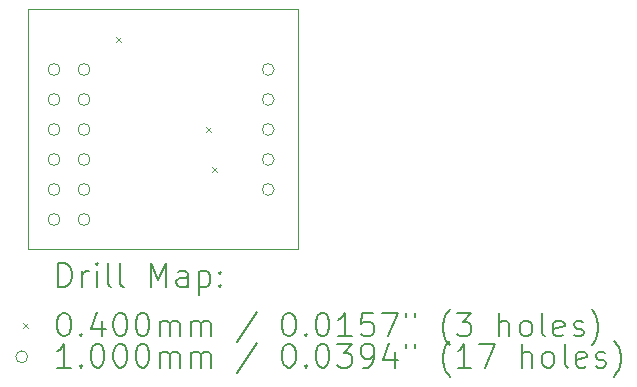
<source format=gbr>
%TF.GenerationSoftware,KiCad,Pcbnew,7.0.7*%
%TF.CreationDate,2023-09-08T00:57:49+01:00*%
%TF.ProjectId,psram-pmod,70737261-6d2d-4706-9d6f-642e6b696361,A*%
%TF.SameCoordinates,Original*%
%TF.FileFunction,Drillmap*%
%TF.FilePolarity,Positive*%
%FSLAX45Y45*%
G04 Gerber Fmt 4.5, Leading zero omitted, Abs format (unit mm)*
G04 Created by KiCad (PCBNEW 7.0.7) date 2023-09-08 00:57:49*
%MOMM*%
%LPD*%
G01*
G04 APERTURE LIST*
%ADD10C,0.100000*%
%ADD11C,0.200000*%
%ADD12C,0.040000*%
G04 APERTURE END LIST*
D10*
X7112000Y-7112000D02*
X9398000Y-7112000D01*
X9398000Y-9144000D01*
X7112000Y-9144000D01*
X7112000Y-7112000D01*
D11*
D12*
X7854000Y-7346000D02*
X7894000Y-7386000D01*
X7894000Y-7346000D02*
X7854000Y-7386000D01*
X8616000Y-8108000D02*
X8656000Y-8148000D01*
X8656000Y-8108000D02*
X8616000Y-8148000D01*
X8672448Y-8445433D02*
X8712448Y-8485433D01*
X8712448Y-8445433D02*
X8672448Y-8485433D01*
D10*
X7381000Y-7620000D02*
G75*
G03*
X7381000Y-7620000I-50000J0D01*
G01*
X7381000Y-7874000D02*
G75*
G03*
X7381000Y-7874000I-50000J0D01*
G01*
X7381000Y-8128000D02*
G75*
G03*
X7381000Y-8128000I-50000J0D01*
G01*
X7381000Y-8382000D02*
G75*
G03*
X7381000Y-8382000I-50000J0D01*
G01*
X7381000Y-8636000D02*
G75*
G03*
X7381000Y-8636000I-50000J0D01*
G01*
X7381000Y-8890000D02*
G75*
G03*
X7381000Y-8890000I-50000J0D01*
G01*
X7635000Y-7620000D02*
G75*
G03*
X7635000Y-7620000I-50000J0D01*
G01*
X7635000Y-7874000D02*
G75*
G03*
X7635000Y-7874000I-50000J0D01*
G01*
X7635000Y-8128000D02*
G75*
G03*
X7635000Y-8128000I-50000J0D01*
G01*
X7635000Y-8382000D02*
G75*
G03*
X7635000Y-8382000I-50000J0D01*
G01*
X7635000Y-8636000D02*
G75*
G03*
X7635000Y-8636000I-50000J0D01*
G01*
X7635000Y-8890000D02*
G75*
G03*
X7635000Y-8890000I-50000J0D01*
G01*
X9194000Y-7620000D02*
G75*
G03*
X9194000Y-7620000I-50000J0D01*
G01*
X9194000Y-7874000D02*
G75*
G03*
X9194000Y-7874000I-50000J0D01*
G01*
X9194000Y-8128000D02*
G75*
G03*
X9194000Y-8128000I-50000J0D01*
G01*
X9194000Y-8382000D02*
G75*
G03*
X9194000Y-8382000I-50000J0D01*
G01*
X9194000Y-8636000D02*
G75*
G03*
X9194000Y-8636000I-50000J0D01*
G01*
D11*
X7367777Y-9460484D02*
X7367777Y-9260484D01*
X7367777Y-9260484D02*
X7415396Y-9260484D01*
X7415396Y-9260484D02*
X7443967Y-9270008D01*
X7443967Y-9270008D02*
X7463015Y-9289055D01*
X7463015Y-9289055D02*
X7472539Y-9308103D01*
X7472539Y-9308103D02*
X7482062Y-9346198D01*
X7482062Y-9346198D02*
X7482062Y-9374770D01*
X7482062Y-9374770D02*
X7472539Y-9412865D01*
X7472539Y-9412865D02*
X7463015Y-9431912D01*
X7463015Y-9431912D02*
X7443967Y-9450960D01*
X7443967Y-9450960D02*
X7415396Y-9460484D01*
X7415396Y-9460484D02*
X7367777Y-9460484D01*
X7567777Y-9460484D02*
X7567777Y-9327150D01*
X7567777Y-9365246D02*
X7577301Y-9346198D01*
X7577301Y-9346198D02*
X7586824Y-9336674D01*
X7586824Y-9336674D02*
X7605872Y-9327150D01*
X7605872Y-9327150D02*
X7624920Y-9327150D01*
X7691586Y-9460484D02*
X7691586Y-9327150D01*
X7691586Y-9260484D02*
X7682062Y-9270008D01*
X7682062Y-9270008D02*
X7691586Y-9279531D01*
X7691586Y-9279531D02*
X7701110Y-9270008D01*
X7701110Y-9270008D02*
X7691586Y-9260484D01*
X7691586Y-9260484D02*
X7691586Y-9279531D01*
X7815396Y-9460484D02*
X7796348Y-9450960D01*
X7796348Y-9450960D02*
X7786824Y-9431912D01*
X7786824Y-9431912D02*
X7786824Y-9260484D01*
X7920158Y-9460484D02*
X7901110Y-9450960D01*
X7901110Y-9450960D02*
X7891586Y-9431912D01*
X7891586Y-9431912D02*
X7891586Y-9260484D01*
X8148729Y-9460484D02*
X8148729Y-9260484D01*
X8148729Y-9260484D02*
X8215396Y-9403341D01*
X8215396Y-9403341D02*
X8282062Y-9260484D01*
X8282062Y-9260484D02*
X8282062Y-9460484D01*
X8463015Y-9460484D02*
X8463015Y-9355722D01*
X8463015Y-9355722D02*
X8453491Y-9336674D01*
X8453491Y-9336674D02*
X8434444Y-9327150D01*
X8434444Y-9327150D02*
X8396348Y-9327150D01*
X8396348Y-9327150D02*
X8377301Y-9336674D01*
X8463015Y-9450960D02*
X8443967Y-9460484D01*
X8443967Y-9460484D02*
X8396348Y-9460484D01*
X8396348Y-9460484D02*
X8377301Y-9450960D01*
X8377301Y-9450960D02*
X8367777Y-9431912D01*
X8367777Y-9431912D02*
X8367777Y-9412865D01*
X8367777Y-9412865D02*
X8377301Y-9393817D01*
X8377301Y-9393817D02*
X8396348Y-9384293D01*
X8396348Y-9384293D02*
X8443967Y-9384293D01*
X8443967Y-9384293D02*
X8463015Y-9374770D01*
X8558253Y-9327150D02*
X8558253Y-9527150D01*
X8558253Y-9336674D02*
X8577301Y-9327150D01*
X8577301Y-9327150D02*
X8615396Y-9327150D01*
X8615396Y-9327150D02*
X8634444Y-9336674D01*
X8634444Y-9336674D02*
X8643967Y-9346198D01*
X8643967Y-9346198D02*
X8653491Y-9365246D01*
X8653491Y-9365246D02*
X8653491Y-9422389D01*
X8653491Y-9422389D02*
X8643967Y-9441436D01*
X8643967Y-9441436D02*
X8634444Y-9450960D01*
X8634444Y-9450960D02*
X8615396Y-9460484D01*
X8615396Y-9460484D02*
X8577301Y-9460484D01*
X8577301Y-9460484D02*
X8558253Y-9450960D01*
X8739205Y-9441436D02*
X8748729Y-9450960D01*
X8748729Y-9450960D02*
X8739205Y-9460484D01*
X8739205Y-9460484D02*
X8729682Y-9450960D01*
X8729682Y-9450960D02*
X8739205Y-9441436D01*
X8739205Y-9441436D02*
X8739205Y-9460484D01*
X8739205Y-9336674D02*
X8748729Y-9346198D01*
X8748729Y-9346198D02*
X8739205Y-9355722D01*
X8739205Y-9355722D02*
X8729682Y-9346198D01*
X8729682Y-9346198D02*
X8739205Y-9336674D01*
X8739205Y-9336674D02*
X8739205Y-9355722D01*
D12*
X7067000Y-9769000D02*
X7107000Y-9809000D01*
X7107000Y-9769000D02*
X7067000Y-9809000D01*
D11*
X7405872Y-9680484D02*
X7424920Y-9680484D01*
X7424920Y-9680484D02*
X7443967Y-9690008D01*
X7443967Y-9690008D02*
X7453491Y-9699531D01*
X7453491Y-9699531D02*
X7463015Y-9718579D01*
X7463015Y-9718579D02*
X7472539Y-9756674D01*
X7472539Y-9756674D02*
X7472539Y-9804293D01*
X7472539Y-9804293D02*
X7463015Y-9842389D01*
X7463015Y-9842389D02*
X7453491Y-9861436D01*
X7453491Y-9861436D02*
X7443967Y-9870960D01*
X7443967Y-9870960D02*
X7424920Y-9880484D01*
X7424920Y-9880484D02*
X7405872Y-9880484D01*
X7405872Y-9880484D02*
X7386824Y-9870960D01*
X7386824Y-9870960D02*
X7377301Y-9861436D01*
X7377301Y-9861436D02*
X7367777Y-9842389D01*
X7367777Y-9842389D02*
X7358253Y-9804293D01*
X7358253Y-9804293D02*
X7358253Y-9756674D01*
X7358253Y-9756674D02*
X7367777Y-9718579D01*
X7367777Y-9718579D02*
X7377301Y-9699531D01*
X7377301Y-9699531D02*
X7386824Y-9690008D01*
X7386824Y-9690008D02*
X7405872Y-9680484D01*
X7558253Y-9861436D02*
X7567777Y-9870960D01*
X7567777Y-9870960D02*
X7558253Y-9880484D01*
X7558253Y-9880484D02*
X7548729Y-9870960D01*
X7548729Y-9870960D02*
X7558253Y-9861436D01*
X7558253Y-9861436D02*
X7558253Y-9880484D01*
X7739205Y-9747150D02*
X7739205Y-9880484D01*
X7691586Y-9670960D02*
X7643967Y-9813817D01*
X7643967Y-9813817D02*
X7767777Y-9813817D01*
X7882062Y-9680484D02*
X7901110Y-9680484D01*
X7901110Y-9680484D02*
X7920158Y-9690008D01*
X7920158Y-9690008D02*
X7929682Y-9699531D01*
X7929682Y-9699531D02*
X7939205Y-9718579D01*
X7939205Y-9718579D02*
X7948729Y-9756674D01*
X7948729Y-9756674D02*
X7948729Y-9804293D01*
X7948729Y-9804293D02*
X7939205Y-9842389D01*
X7939205Y-9842389D02*
X7929682Y-9861436D01*
X7929682Y-9861436D02*
X7920158Y-9870960D01*
X7920158Y-9870960D02*
X7901110Y-9880484D01*
X7901110Y-9880484D02*
X7882062Y-9880484D01*
X7882062Y-9880484D02*
X7863015Y-9870960D01*
X7863015Y-9870960D02*
X7853491Y-9861436D01*
X7853491Y-9861436D02*
X7843967Y-9842389D01*
X7843967Y-9842389D02*
X7834443Y-9804293D01*
X7834443Y-9804293D02*
X7834443Y-9756674D01*
X7834443Y-9756674D02*
X7843967Y-9718579D01*
X7843967Y-9718579D02*
X7853491Y-9699531D01*
X7853491Y-9699531D02*
X7863015Y-9690008D01*
X7863015Y-9690008D02*
X7882062Y-9680484D01*
X8072539Y-9680484D02*
X8091586Y-9680484D01*
X8091586Y-9680484D02*
X8110634Y-9690008D01*
X8110634Y-9690008D02*
X8120158Y-9699531D01*
X8120158Y-9699531D02*
X8129682Y-9718579D01*
X8129682Y-9718579D02*
X8139205Y-9756674D01*
X8139205Y-9756674D02*
X8139205Y-9804293D01*
X8139205Y-9804293D02*
X8129682Y-9842389D01*
X8129682Y-9842389D02*
X8120158Y-9861436D01*
X8120158Y-9861436D02*
X8110634Y-9870960D01*
X8110634Y-9870960D02*
X8091586Y-9880484D01*
X8091586Y-9880484D02*
X8072539Y-9880484D01*
X8072539Y-9880484D02*
X8053491Y-9870960D01*
X8053491Y-9870960D02*
X8043967Y-9861436D01*
X8043967Y-9861436D02*
X8034443Y-9842389D01*
X8034443Y-9842389D02*
X8024920Y-9804293D01*
X8024920Y-9804293D02*
X8024920Y-9756674D01*
X8024920Y-9756674D02*
X8034443Y-9718579D01*
X8034443Y-9718579D02*
X8043967Y-9699531D01*
X8043967Y-9699531D02*
X8053491Y-9690008D01*
X8053491Y-9690008D02*
X8072539Y-9680484D01*
X8224920Y-9880484D02*
X8224920Y-9747150D01*
X8224920Y-9766198D02*
X8234443Y-9756674D01*
X8234443Y-9756674D02*
X8253491Y-9747150D01*
X8253491Y-9747150D02*
X8282063Y-9747150D01*
X8282063Y-9747150D02*
X8301110Y-9756674D01*
X8301110Y-9756674D02*
X8310634Y-9775722D01*
X8310634Y-9775722D02*
X8310634Y-9880484D01*
X8310634Y-9775722D02*
X8320158Y-9756674D01*
X8320158Y-9756674D02*
X8339205Y-9747150D01*
X8339205Y-9747150D02*
X8367777Y-9747150D01*
X8367777Y-9747150D02*
X8386824Y-9756674D01*
X8386824Y-9756674D02*
X8396348Y-9775722D01*
X8396348Y-9775722D02*
X8396348Y-9880484D01*
X8491586Y-9880484D02*
X8491586Y-9747150D01*
X8491586Y-9766198D02*
X8501110Y-9756674D01*
X8501110Y-9756674D02*
X8520158Y-9747150D01*
X8520158Y-9747150D02*
X8548729Y-9747150D01*
X8548729Y-9747150D02*
X8567777Y-9756674D01*
X8567777Y-9756674D02*
X8577301Y-9775722D01*
X8577301Y-9775722D02*
X8577301Y-9880484D01*
X8577301Y-9775722D02*
X8586825Y-9756674D01*
X8586825Y-9756674D02*
X8605872Y-9747150D01*
X8605872Y-9747150D02*
X8634444Y-9747150D01*
X8634444Y-9747150D02*
X8653491Y-9756674D01*
X8653491Y-9756674D02*
X8663015Y-9775722D01*
X8663015Y-9775722D02*
X8663015Y-9880484D01*
X9053491Y-9670960D02*
X8882063Y-9928103D01*
X9310634Y-9680484D02*
X9329682Y-9680484D01*
X9329682Y-9680484D02*
X9348729Y-9690008D01*
X9348729Y-9690008D02*
X9358253Y-9699531D01*
X9358253Y-9699531D02*
X9367777Y-9718579D01*
X9367777Y-9718579D02*
X9377301Y-9756674D01*
X9377301Y-9756674D02*
X9377301Y-9804293D01*
X9377301Y-9804293D02*
X9367777Y-9842389D01*
X9367777Y-9842389D02*
X9358253Y-9861436D01*
X9358253Y-9861436D02*
X9348729Y-9870960D01*
X9348729Y-9870960D02*
X9329682Y-9880484D01*
X9329682Y-9880484D02*
X9310634Y-9880484D01*
X9310634Y-9880484D02*
X9291587Y-9870960D01*
X9291587Y-9870960D02*
X9282063Y-9861436D01*
X9282063Y-9861436D02*
X9272539Y-9842389D01*
X9272539Y-9842389D02*
X9263015Y-9804293D01*
X9263015Y-9804293D02*
X9263015Y-9756674D01*
X9263015Y-9756674D02*
X9272539Y-9718579D01*
X9272539Y-9718579D02*
X9282063Y-9699531D01*
X9282063Y-9699531D02*
X9291587Y-9690008D01*
X9291587Y-9690008D02*
X9310634Y-9680484D01*
X9463015Y-9861436D02*
X9472539Y-9870960D01*
X9472539Y-9870960D02*
X9463015Y-9880484D01*
X9463015Y-9880484D02*
X9453491Y-9870960D01*
X9453491Y-9870960D02*
X9463015Y-9861436D01*
X9463015Y-9861436D02*
X9463015Y-9880484D01*
X9596348Y-9680484D02*
X9615396Y-9680484D01*
X9615396Y-9680484D02*
X9634444Y-9690008D01*
X9634444Y-9690008D02*
X9643968Y-9699531D01*
X9643968Y-9699531D02*
X9653491Y-9718579D01*
X9653491Y-9718579D02*
X9663015Y-9756674D01*
X9663015Y-9756674D02*
X9663015Y-9804293D01*
X9663015Y-9804293D02*
X9653491Y-9842389D01*
X9653491Y-9842389D02*
X9643968Y-9861436D01*
X9643968Y-9861436D02*
X9634444Y-9870960D01*
X9634444Y-9870960D02*
X9615396Y-9880484D01*
X9615396Y-9880484D02*
X9596348Y-9880484D01*
X9596348Y-9880484D02*
X9577301Y-9870960D01*
X9577301Y-9870960D02*
X9567777Y-9861436D01*
X9567777Y-9861436D02*
X9558253Y-9842389D01*
X9558253Y-9842389D02*
X9548729Y-9804293D01*
X9548729Y-9804293D02*
X9548729Y-9756674D01*
X9548729Y-9756674D02*
X9558253Y-9718579D01*
X9558253Y-9718579D02*
X9567777Y-9699531D01*
X9567777Y-9699531D02*
X9577301Y-9690008D01*
X9577301Y-9690008D02*
X9596348Y-9680484D01*
X9853491Y-9880484D02*
X9739206Y-9880484D01*
X9796348Y-9880484D02*
X9796348Y-9680484D01*
X9796348Y-9680484D02*
X9777301Y-9709055D01*
X9777301Y-9709055D02*
X9758253Y-9728103D01*
X9758253Y-9728103D02*
X9739206Y-9737627D01*
X10034444Y-9680484D02*
X9939206Y-9680484D01*
X9939206Y-9680484D02*
X9929682Y-9775722D01*
X9929682Y-9775722D02*
X9939206Y-9766198D01*
X9939206Y-9766198D02*
X9958253Y-9756674D01*
X9958253Y-9756674D02*
X10005872Y-9756674D01*
X10005872Y-9756674D02*
X10024920Y-9766198D01*
X10024920Y-9766198D02*
X10034444Y-9775722D01*
X10034444Y-9775722D02*
X10043968Y-9794770D01*
X10043968Y-9794770D02*
X10043968Y-9842389D01*
X10043968Y-9842389D02*
X10034444Y-9861436D01*
X10034444Y-9861436D02*
X10024920Y-9870960D01*
X10024920Y-9870960D02*
X10005872Y-9880484D01*
X10005872Y-9880484D02*
X9958253Y-9880484D01*
X9958253Y-9880484D02*
X9939206Y-9870960D01*
X9939206Y-9870960D02*
X9929682Y-9861436D01*
X10110634Y-9680484D02*
X10243968Y-9680484D01*
X10243968Y-9680484D02*
X10158253Y-9880484D01*
X10310634Y-9680484D02*
X10310634Y-9718579D01*
X10386825Y-9680484D02*
X10386825Y-9718579D01*
X10682063Y-9956674D02*
X10672539Y-9947150D01*
X10672539Y-9947150D02*
X10653491Y-9918579D01*
X10653491Y-9918579D02*
X10643968Y-9899531D01*
X10643968Y-9899531D02*
X10634444Y-9870960D01*
X10634444Y-9870960D02*
X10624920Y-9823341D01*
X10624920Y-9823341D02*
X10624920Y-9785246D01*
X10624920Y-9785246D02*
X10634444Y-9737627D01*
X10634444Y-9737627D02*
X10643968Y-9709055D01*
X10643968Y-9709055D02*
X10653491Y-9690008D01*
X10653491Y-9690008D02*
X10672539Y-9661436D01*
X10672539Y-9661436D02*
X10682063Y-9651912D01*
X10739206Y-9680484D02*
X10863015Y-9680484D01*
X10863015Y-9680484D02*
X10796349Y-9756674D01*
X10796349Y-9756674D02*
X10824920Y-9756674D01*
X10824920Y-9756674D02*
X10843968Y-9766198D01*
X10843968Y-9766198D02*
X10853491Y-9775722D01*
X10853491Y-9775722D02*
X10863015Y-9794770D01*
X10863015Y-9794770D02*
X10863015Y-9842389D01*
X10863015Y-9842389D02*
X10853491Y-9861436D01*
X10853491Y-9861436D02*
X10843968Y-9870960D01*
X10843968Y-9870960D02*
X10824920Y-9880484D01*
X10824920Y-9880484D02*
X10767777Y-9880484D01*
X10767777Y-9880484D02*
X10748730Y-9870960D01*
X10748730Y-9870960D02*
X10739206Y-9861436D01*
X11101111Y-9880484D02*
X11101111Y-9680484D01*
X11186825Y-9880484D02*
X11186825Y-9775722D01*
X11186825Y-9775722D02*
X11177301Y-9756674D01*
X11177301Y-9756674D02*
X11158253Y-9747150D01*
X11158253Y-9747150D02*
X11129682Y-9747150D01*
X11129682Y-9747150D02*
X11110634Y-9756674D01*
X11110634Y-9756674D02*
X11101111Y-9766198D01*
X11310634Y-9880484D02*
X11291587Y-9870960D01*
X11291587Y-9870960D02*
X11282063Y-9861436D01*
X11282063Y-9861436D02*
X11272539Y-9842389D01*
X11272539Y-9842389D02*
X11272539Y-9785246D01*
X11272539Y-9785246D02*
X11282063Y-9766198D01*
X11282063Y-9766198D02*
X11291587Y-9756674D01*
X11291587Y-9756674D02*
X11310634Y-9747150D01*
X11310634Y-9747150D02*
X11339206Y-9747150D01*
X11339206Y-9747150D02*
X11358253Y-9756674D01*
X11358253Y-9756674D02*
X11367777Y-9766198D01*
X11367777Y-9766198D02*
X11377301Y-9785246D01*
X11377301Y-9785246D02*
X11377301Y-9842389D01*
X11377301Y-9842389D02*
X11367777Y-9861436D01*
X11367777Y-9861436D02*
X11358253Y-9870960D01*
X11358253Y-9870960D02*
X11339206Y-9880484D01*
X11339206Y-9880484D02*
X11310634Y-9880484D01*
X11491587Y-9880484D02*
X11472539Y-9870960D01*
X11472539Y-9870960D02*
X11463015Y-9851912D01*
X11463015Y-9851912D02*
X11463015Y-9680484D01*
X11643968Y-9870960D02*
X11624920Y-9880484D01*
X11624920Y-9880484D02*
X11586825Y-9880484D01*
X11586825Y-9880484D02*
X11567777Y-9870960D01*
X11567777Y-9870960D02*
X11558253Y-9851912D01*
X11558253Y-9851912D02*
X11558253Y-9775722D01*
X11558253Y-9775722D02*
X11567777Y-9756674D01*
X11567777Y-9756674D02*
X11586825Y-9747150D01*
X11586825Y-9747150D02*
X11624920Y-9747150D01*
X11624920Y-9747150D02*
X11643968Y-9756674D01*
X11643968Y-9756674D02*
X11653491Y-9775722D01*
X11653491Y-9775722D02*
X11653491Y-9794770D01*
X11653491Y-9794770D02*
X11558253Y-9813817D01*
X11729682Y-9870960D02*
X11748730Y-9880484D01*
X11748730Y-9880484D02*
X11786825Y-9880484D01*
X11786825Y-9880484D02*
X11805872Y-9870960D01*
X11805872Y-9870960D02*
X11815396Y-9851912D01*
X11815396Y-9851912D02*
X11815396Y-9842389D01*
X11815396Y-9842389D02*
X11805872Y-9823341D01*
X11805872Y-9823341D02*
X11786825Y-9813817D01*
X11786825Y-9813817D02*
X11758253Y-9813817D01*
X11758253Y-9813817D02*
X11739206Y-9804293D01*
X11739206Y-9804293D02*
X11729682Y-9785246D01*
X11729682Y-9785246D02*
X11729682Y-9775722D01*
X11729682Y-9775722D02*
X11739206Y-9756674D01*
X11739206Y-9756674D02*
X11758253Y-9747150D01*
X11758253Y-9747150D02*
X11786825Y-9747150D01*
X11786825Y-9747150D02*
X11805872Y-9756674D01*
X11882063Y-9956674D02*
X11891587Y-9947150D01*
X11891587Y-9947150D02*
X11910634Y-9918579D01*
X11910634Y-9918579D02*
X11920158Y-9899531D01*
X11920158Y-9899531D02*
X11929682Y-9870960D01*
X11929682Y-9870960D02*
X11939206Y-9823341D01*
X11939206Y-9823341D02*
X11939206Y-9785246D01*
X11939206Y-9785246D02*
X11929682Y-9737627D01*
X11929682Y-9737627D02*
X11920158Y-9709055D01*
X11920158Y-9709055D02*
X11910634Y-9690008D01*
X11910634Y-9690008D02*
X11891587Y-9661436D01*
X11891587Y-9661436D02*
X11882063Y-9651912D01*
D10*
X7107000Y-10053000D02*
G75*
G03*
X7107000Y-10053000I-50000J0D01*
G01*
D11*
X7472539Y-10144484D02*
X7358253Y-10144484D01*
X7415396Y-10144484D02*
X7415396Y-9944484D01*
X7415396Y-9944484D02*
X7396348Y-9973055D01*
X7396348Y-9973055D02*
X7377301Y-9992103D01*
X7377301Y-9992103D02*
X7358253Y-10001627D01*
X7558253Y-10125436D02*
X7567777Y-10134960D01*
X7567777Y-10134960D02*
X7558253Y-10144484D01*
X7558253Y-10144484D02*
X7548729Y-10134960D01*
X7548729Y-10134960D02*
X7558253Y-10125436D01*
X7558253Y-10125436D02*
X7558253Y-10144484D01*
X7691586Y-9944484D02*
X7710634Y-9944484D01*
X7710634Y-9944484D02*
X7729682Y-9954008D01*
X7729682Y-9954008D02*
X7739205Y-9963531D01*
X7739205Y-9963531D02*
X7748729Y-9982579D01*
X7748729Y-9982579D02*
X7758253Y-10020674D01*
X7758253Y-10020674D02*
X7758253Y-10068293D01*
X7758253Y-10068293D02*
X7748729Y-10106389D01*
X7748729Y-10106389D02*
X7739205Y-10125436D01*
X7739205Y-10125436D02*
X7729682Y-10134960D01*
X7729682Y-10134960D02*
X7710634Y-10144484D01*
X7710634Y-10144484D02*
X7691586Y-10144484D01*
X7691586Y-10144484D02*
X7672539Y-10134960D01*
X7672539Y-10134960D02*
X7663015Y-10125436D01*
X7663015Y-10125436D02*
X7653491Y-10106389D01*
X7653491Y-10106389D02*
X7643967Y-10068293D01*
X7643967Y-10068293D02*
X7643967Y-10020674D01*
X7643967Y-10020674D02*
X7653491Y-9982579D01*
X7653491Y-9982579D02*
X7663015Y-9963531D01*
X7663015Y-9963531D02*
X7672539Y-9954008D01*
X7672539Y-9954008D02*
X7691586Y-9944484D01*
X7882062Y-9944484D02*
X7901110Y-9944484D01*
X7901110Y-9944484D02*
X7920158Y-9954008D01*
X7920158Y-9954008D02*
X7929682Y-9963531D01*
X7929682Y-9963531D02*
X7939205Y-9982579D01*
X7939205Y-9982579D02*
X7948729Y-10020674D01*
X7948729Y-10020674D02*
X7948729Y-10068293D01*
X7948729Y-10068293D02*
X7939205Y-10106389D01*
X7939205Y-10106389D02*
X7929682Y-10125436D01*
X7929682Y-10125436D02*
X7920158Y-10134960D01*
X7920158Y-10134960D02*
X7901110Y-10144484D01*
X7901110Y-10144484D02*
X7882062Y-10144484D01*
X7882062Y-10144484D02*
X7863015Y-10134960D01*
X7863015Y-10134960D02*
X7853491Y-10125436D01*
X7853491Y-10125436D02*
X7843967Y-10106389D01*
X7843967Y-10106389D02*
X7834443Y-10068293D01*
X7834443Y-10068293D02*
X7834443Y-10020674D01*
X7834443Y-10020674D02*
X7843967Y-9982579D01*
X7843967Y-9982579D02*
X7853491Y-9963531D01*
X7853491Y-9963531D02*
X7863015Y-9954008D01*
X7863015Y-9954008D02*
X7882062Y-9944484D01*
X8072539Y-9944484D02*
X8091586Y-9944484D01*
X8091586Y-9944484D02*
X8110634Y-9954008D01*
X8110634Y-9954008D02*
X8120158Y-9963531D01*
X8120158Y-9963531D02*
X8129682Y-9982579D01*
X8129682Y-9982579D02*
X8139205Y-10020674D01*
X8139205Y-10020674D02*
X8139205Y-10068293D01*
X8139205Y-10068293D02*
X8129682Y-10106389D01*
X8129682Y-10106389D02*
X8120158Y-10125436D01*
X8120158Y-10125436D02*
X8110634Y-10134960D01*
X8110634Y-10134960D02*
X8091586Y-10144484D01*
X8091586Y-10144484D02*
X8072539Y-10144484D01*
X8072539Y-10144484D02*
X8053491Y-10134960D01*
X8053491Y-10134960D02*
X8043967Y-10125436D01*
X8043967Y-10125436D02*
X8034443Y-10106389D01*
X8034443Y-10106389D02*
X8024920Y-10068293D01*
X8024920Y-10068293D02*
X8024920Y-10020674D01*
X8024920Y-10020674D02*
X8034443Y-9982579D01*
X8034443Y-9982579D02*
X8043967Y-9963531D01*
X8043967Y-9963531D02*
X8053491Y-9954008D01*
X8053491Y-9954008D02*
X8072539Y-9944484D01*
X8224920Y-10144484D02*
X8224920Y-10011150D01*
X8224920Y-10030198D02*
X8234443Y-10020674D01*
X8234443Y-10020674D02*
X8253491Y-10011150D01*
X8253491Y-10011150D02*
X8282063Y-10011150D01*
X8282063Y-10011150D02*
X8301110Y-10020674D01*
X8301110Y-10020674D02*
X8310634Y-10039722D01*
X8310634Y-10039722D02*
X8310634Y-10144484D01*
X8310634Y-10039722D02*
X8320158Y-10020674D01*
X8320158Y-10020674D02*
X8339205Y-10011150D01*
X8339205Y-10011150D02*
X8367777Y-10011150D01*
X8367777Y-10011150D02*
X8386824Y-10020674D01*
X8386824Y-10020674D02*
X8396348Y-10039722D01*
X8396348Y-10039722D02*
X8396348Y-10144484D01*
X8491586Y-10144484D02*
X8491586Y-10011150D01*
X8491586Y-10030198D02*
X8501110Y-10020674D01*
X8501110Y-10020674D02*
X8520158Y-10011150D01*
X8520158Y-10011150D02*
X8548729Y-10011150D01*
X8548729Y-10011150D02*
X8567777Y-10020674D01*
X8567777Y-10020674D02*
X8577301Y-10039722D01*
X8577301Y-10039722D02*
X8577301Y-10144484D01*
X8577301Y-10039722D02*
X8586825Y-10020674D01*
X8586825Y-10020674D02*
X8605872Y-10011150D01*
X8605872Y-10011150D02*
X8634444Y-10011150D01*
X8634444Y-10011150D02*
X8653491Y-10020674D01*
X8653491Y-10020674D02*
X8663015Y-10039722D01*
X8663015Y-10039722D02*
X8663015Y-10144484D01*
X9053491Y-9934960D02*
X8882063Y-10192103D01*
X9310634Y-9944484D02*
X9329682Y-9944484D01*
X9329682Y-9944484D02*
X9348729Y-9954008D01*
X9348729Y-9954008D02*
X9358253Y-9963531D01*
X9358253Y-9963531D02*
X9367777Y-9982579D01*
X9367777Y-9982579D02*
X9377301Y-10020674D01*
X9377301Y-10020674D02*
X9377301Y-10068293D01*
X9377301Y-10068293D02*
X9367777Y-10106389D01*
X9367777Y-10106389D02*
X9358253Y-10125436D01*
X9358253Y-10125436D02*
X9348729Y-10134960D01*
X9348729Y-10134960D02*
X9329682Y-10144484D01*
X9329682Y-10144484D02*
X9310634Y-10144484D01*
X9310634Y-10144484D02*
X9291587Y-10134960D01*
X9291587Y-10134960D02*
X9282063Y-10125436D01*
X9282063Y-10125436D02*
X9272539Y-10106389D01*
X9272539Y-10106389D02*
X9263015Y-10068293D01*
X9263015Y-10068293D02*
X9263015Y-10020674D01*
X9263015Y-10020674D02*
X9272539Y-9982579D01*
X9272539Y-9982579D02*
X9282063Y-9963531D01*
X9282063Y-9963531D02*
X9291587Y-9954008D01*
X9291587Y-9954008D02*
X9310634Y-9944484D01*
X9463015Y-10125436D02*
X9472539Y-10134960D01*
X9472539Y-10134960D02*
X9463015Y-10144484D01*
X9463015Y-10144484D02*
X9453491Y-10134960D01*
X9453491Y-10134960D02*
X9463015Y-10125436D01*
X9463015Y-10125436D02*
X9463015Y-10144484D01*
X9596348Y-9944484D02*
X9615396Y-9944484D01*
X9615396Y-9944484D02*
X9634444Y-9954008D01*
X9634444Y-9954008D02*
X9643968Y-9963531D01*
X9643968Y-9963531D02*
X9653491Y-9982579D01*
X9653491Y-9982579D02*
X9663015Y-10020674D01*
X9663015Y-10020674D02*
X9663015Y-10068293D01*
X9663015Y-10068293D02*
X9653491Y-10106389D01*
X9653491Y-10106389D02*
X9643968Y-10125436D01*
X9643968Y-10125436D02*
X9634444Y-10134960D01*
X9634444Y-10134960D02*
X9615396Y-10144484D01*
X9615396Y-10144484D02*
X9596348Y-10144484D01*
X9596348Y-10144484D02*
X9577301Y-10134960D01*
X9577301Y-10134960D02*
X9567777Y-10125436D01*
X9567777Y-10125436D02*
X9558253Y-10106389D01*
X9558253Y-10106389D02*
X9548729Y-10068293D01*
X9548729Y-10068293D02*
X9548729Y-10020674D01*
X9548729Y-10020674D02*
X9558253Y-9982579D01*
X9558253Y-9982579D02*
X9567777Y-9963531D01*
X9567777Y-9963531D02*
X9577301Y-9954008D01*
X9577301Y-9954008D02*
X9596348Y-9944484D01*
X9729682Y-9944484D02*
X9853491Y-9944484D01*
X9853491Y-9944484D02*
X9786825Y-10020674D01*
X9786825Y-10020674D02*
X9815396Y-10020674D01*
X9815396Y-10020674D02*
X9834444Y-10030198D01*
X9834444Y-10030198D02*
X9843968Y-10039722D01*
X9843968Y-10039722D02*
X9853491Y-10058770D01*
X9853491Y-10058770D02*
X9853491Y-10106389D01*
X9853491Y-10106389D02*
X9843968Y-10125436D01*
X9843968Y-10125436D02*
X9834444Y-10134960D01*
X9834444Y-10134960D02*
X9815396Y-10144484D01*
X9815396Y-10144484D02*
X9758253Y-10144484D01*
X9758253Y-10144484D02*
X9739206Y-10134960D01*
X9739206Y-10134960D02*
X9729682Y-10125436D01*
X9948729Y-10144484D02*
X9986825Y-10144484D01*
X9986825Y-10144484D02*
X10005872Y-10134960D01*
X10005872Y-10134960D02*
X10015396Y-10125436D01*
X10015396Y-10125436D02*
X10034444Y-10096865D01*
X10034444Y-10096865D02*
X10043968Y-10058770D01*
X10043968Y-10058770D02*
X10043968Y-9982579D01*
X10043968Y-9982579D02*
X10034444Y-9963531D01*
X10034444Y-9963531D02*
X10024920Y-9954008D01*
X10024920Y-9954008D02*
X10005872Y-9944484D01*
X10005872Y-9944484D02*
X9967777Y-9944484D01*
X9967777Y-9944484D02*
X9948729Y-9954008D01*
X9948729Y-9954008D02*
X9939206Y-9963531D01*
X9939206Y-9963531D02*
X9929682Y-9982579D01*
X9929682Y-9982579D02*
X9929682Y-10030198D01*
X9929682Y-10030198D02*
X9939206Y-10049246D01*
X9939206Y-10049246D02*
X9948729Y-10058770D01*
X9948729Y-10058770D02*
X9967777Y-10068293D01*
X9967777Y-10068293D02*
X10005872Y-10068293D01*
X10005872Y-10068293D02*
X10024920Y-10058770D01*
X10024920Y-10058770D02*
X10034444Y-10049246D01*
X10034444Y-10049246D02*
X10043968Y-10030198D01*
X10215396Y-10011150D02*
X10215396Y-10144484D01*
X10167777Y-9934960D02*
X10120158Y-10077817D01*
X10120158Y-10077817D02*
X10243968Y-10077817D01*
X10310634Y-9944484D02*
X10310634Y-9982579D01*
X10386825Y-9944484D02*
X10386825Y-9982579D01*
X10682063Y-10220674D02*
X10672539Y-10211150D01*
X10672539Y-10211150D02*
X10653491Y-10182579D01*
X10653491Y-10182579D02*
X10643968Y-10163531D01*
X10643968Y-10163531D02*
X10634444Y-10134960D01*
X10634444Y-10134960D02*
X10624920Y-10087341D01*
X10624920Y-10087341D02*
X10624920Y-10049246D01*
X10624920Y-10049246D02*
X10634444Y-10001627D01*
X10634444Y-10001627D02*
X10643968Y-9973055D01*
X10643968Y-9973055D02*
X10653491Y-9954008D01*
X10653491Y-9954008D02*
X10672539Y-9925436D01*
X10672539Y-9925436D02*
X10682063Y-9915912D01*
X10863015Y-10144484D02*
X10748730Y-10144484D01*
X10805872Y-10144484D02*
X10805872Y-9944484D01*
X10805872Y-9944484D02*
X10786825Y-9973055D01*
X10786825Y-9973055D02*
X10767777Y-9992103D01*
X10767777Y-9992103D02*
X10748730Y-10001627D01*
X10929682Y-9944484D02*
X11063015Y-9944484D01*
X11063015Y-9944484D02*
X10977301Y-10144484D01*
X11291587Y-10144484D02*
X11291587Y-9944484D01*
X11377301Y-10144484D02*
X11377301Y-10039722D01*
X11377301Y-10039722D02*
X11367777Y-10020674D01*
X11367777Y-10020674D02*
X11348730Y-10011150D01*
X11348730Y-10011150D02*
X11320158Y-10011150D01*
X11320158Y-10011150D02*
X11301110Y-10020674D01*
X11301110Y-10020674D02*
X11291587Y-10030198D01*
X11501110Y-10144484D02*
X11482063Y-10134960D01*
X11482063Y-10134960D02*
X11472539Y-10125436D01*
X11472539Y-10125436D02*
X11463015Y-10106389D01*
X11463015Y-10106389D02*
X11463015Y-10049246D01*
X11463015Y-10049246D02*
X11472539Y-10030198D01*
X11472539Y-10030198D02*
X11482063Y-10020674D01*
X11482063Y-10020674D02*
X11501110Y-10011150D01*
X11501110Y-10011150D02*
X11529682Y-10011150D01*
X11529682Y-10011150D02*
X11548730Y-10020674D01*
X11548730Y-10020674D02*
X11558253Y-10030198D01*
X11558253Y-10030198D02*
X11567777Y-10049246D01*
X11567777Y-10049246D02*
X11567777Y-10106389D01*
X11567777Y-10106389D02*
X11558253Y-10125436D01*
X11558253Y-10125436D02*
X11548730Y-10134960D01*
X11548730Y-10134960D02*
X11529682Y-10144484D01*
X11529682Y-10144484D02*
X11501110Y-10144484D01*
X11682063Y-10144484D02*
X11663015Y-10134960D01*
X11663015Y-10134960D02*
X11653491Y-10115912D01*
X11653491Y-10115912D02*
X11653491Y-9944484D01*
X11834444Y-10134960D02*
X11815396Y-10144484D01*
X11815396Y-10144484D02*
X11777301Y-10144484D01*
X11777301Y-10144484D02*
X11758253Y-10134960D01*
X11758253Y-10134960D02*
X11748730Y-10115912D01*
X11748730Y-10115912D02*
X11748730Y-10039722D01*
X11748730Y-10039722D02*
X11758253Y-10020674D01*
X11758253Y-10020674D02*
X11777301Y-10011150D01*
X11777301Y-10011150D02*
X11815396Y-10011150D01*
X11815396Y-10011150D02*
X11834444Y-10020674D01*
X11834444Y-10020674D02*
X11843968Y-10039722D01*
X11843968Y-10039722D02*
X11843968Y-10058770D01*
X11843968Y-10058770D02*
X11748730Y-10077817D01*
X11920158Y-10134960D02*
X11939206Y-10144484D01*
X11939206Y-10144484D02*
X11977301Y-10144484D01*
X11977301Y-10144484D02*
X11996349Y-10134960D01*
X11996349Y-10134960D02*
X12005872Y-10115912D01*
X12005872Y-10115912D02*
X12005872Y-10106389D01*
X12005872Y-10106389D02*
X11996349Y-10087341D01*
X11996349Y-10087341D02*
X11977301Y-10077817D01*
X11977301Y-10077817D02*
X11948730Y-10077817D01*
X11948730Y-10077817D02*
X11929682Y-10068293D01*
X11929682Y-10068293D02*
X11920158Y-10049246D01*
X11920158Y-10049246D02*
X11920158Y-10039722D01*
X11920158Y-10039722D02*
X11929682Y-10020674D01*
X11929682Y-10020674D02*
X11948730Y-10011150D01*
X11948730Y-10011150D02*
X11977301Y-10011150D01*
X11977301Y-10011150D02*
X11996349Y-10020674D01*
X12072539Y-10220674D02*
X12082063Y-10211150D01*
X12082063Y-10211150D02*
X12101111Y-10182579D01*
X12101111Y-10182579D02*
X12110634Y-10163531D01*
X12110634Y-10163531D02*
X12120158Y-10134960D01*
X12120158Y-10134960D02*
X12129682Y-10087341D01*
X12129682Y-10087341D02*
X12129682Y-10049246D01*
X12129682Y-10049246D02*
X12120158Y-10001627D01*
X12120158Y-10001627D02*
X12110634Y-9973055D01*
X12110634Y-9973055D02*
X12101111Y-9954008D01*
X12101111Y-9954008D02*
X12082063Y-9925436D01*
X12082063Y-9925436D02*
X12072539Y-9915912D01*
M02*

</source>
